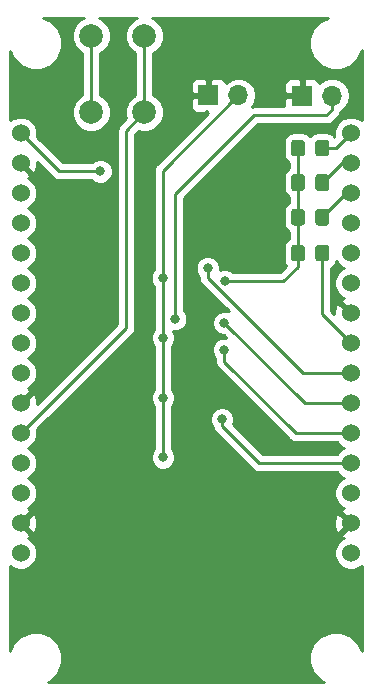
<source format=gbr>
G04 #@! TF.GenerationSoftware,KiCad,Pcbnew,(5.0.2)-1*
G04 #@! TF.CreationDate,2019-06-21T14:02:06+05:30*
G04 #@! TF.ProjectId,CapacityOfBattery,43617061-6369-4747-994f-664261747465,rev?*
G04 #@! TF.SameCoordinates,Original*
G04 #@! TF.FileFunction,Copper,L2,Bot*
G04 #@! TF.FilePolarity,Positive*
%FSLAX46Y46*%
G04 Gerber Fmt 4.6, Leading zero omitted, Abs format (unit mm)*
G04 Created by KiCad (PCBNEW (5.0.2)-1) date 06/21/19 14:02:06*
%MOMM*%
%LPD*%
G01*
G04 APERTURE LIST*
G04 #@! TA.AperFunction,ComponentPad*
%ADD10C,1.524000*%
G04 #@! TD*
G04 #@! TA.AperFunction,ComponentPad*
%ADD11C,2.000000*%
G04 #@! TD*
G04 #@! TA.AperFunction,Conductor*
%ADD12C,0.100000*%
G04 #@! TD*
G04 #@! TA.AperFunction,SMDPad,CuDef*
%ADD13C,1.150000*%
G04 #@! TD*
G04 #@! TA.AperFunction,ComponentPad*
%ADD14O,1.700000X1.700000*%
G04 #@! TD*
G04 #@! TA.AperFunction,ComponentPad*
%ADD15R,1.700000X1.700000*%
G04 #@! TD*
G04 #@! TA.AperFunction,ViaPad*
%ADD16C,0.800000*%
G04 #@! TD*
G04 #@! TA.AperFunction,Conductor*
%ADD17C,0.250000*%
G04 #@! TD*
G04 #@! TA.AperFunction,Conductor*
%ADD18C,0.254000*%
G04 #@! TD*
G04 APERTURE END LIST*
D10*
G04 #@! TO.P,,30*
G04 #@! TO.N,/LED1*
X42810000Y-22860000D03*
G04 #@! TO.P,,29*
G04 #@! TO.N,/LED2*
X42810000Y-25400000D03*
G04 #@! TO.P,,28*
G04 #@! TO.N,/LED3*
X42810000Y-27940000D03*
G04 #@! TO.P,,27*
G04 #@! TO.N,Net-(U1-Pad27)*
X42810000Y-30480000D03*
G04 #@! TO.P,,26*
G04 #@! TO.N,Net-(U1-Pad26)*
X42810000Y-33020000D03*
G04 #@! TO.P,,25*
G04 #@! TO.N,/Vcc*
X42810000Y-35560000D03*
G04 #@! TO.P,,24*
G04 #@! TO.N,GND*
X42810000Y-38100000D03*
G04 #@! TO.P,,23*
G04 #@! TO.N,/LED4*
X42810000Y-40640000D03*
G04 #@! TO.P,,22*
G04 #@! TO.N,/En_VD*
X42810000Y-43180000D03*
G04 #@! TO.P,,21*
G04 #@! TO.N,/Ctrl4*
X42810000Y-45720000D03*
G04 #@! TO.P,,20*
G04 #@! TO.N,/Ctrl3*
X42810000Y-48260000D03*
G04 #@! TO.P,,19*
G04 #@! TO.N,/Ctrl2*
X42810000Y-50800000D03*
G04 #@! TO.P,,18*
G04 #@! TO.N,/Ctrl1*
X42810000Y-53340000D03*
G04 #@! TO.P,,17*
G04 #@! TO.N,GND*
X42810000Y-55880000D03*
G04 #@! TO.P,,16*
G04 #@! TO.N,/Vcc*
X42810000Y-58420000D03*
G04 #@! TO.P,,15*
G04 #@! TO.N,Net-(U1-Pad15)*
X14870000Y-58420000D03*
G04 #@! TO.P,,14*
G04 #@! TO.N,GND*
X14870000Y-55880000D03*
G04 #@! TO.P,,13*
G04 #@! TO.N,Net-(U1-Pad13)*
X14870000Y-53340000D03*
G04 #@! TO.P,,12*
G04 #@! TO.N,Net-(U1-Pad12)*
X14870000Y-50800000D03*
G04 #@! TO.P,,11*
G04 #@! TO.N,/Vcc*
X14870000Y-48260000D03*
G04 #@! TO.P,,10*
G04 #@! TO.N,GND*
X14870000Y-45720000D03*
G04 #@! TO.P,,9*
G04 #@! TO.N,Net-(U1-Pad9)*
X14870000Y-43180000D03*
G04 #@! TO.P,,8*
G04 #@! TO.N,Net-(U1-Pad8)*
X14870000Y-40640000D03*
G04 #@! TO.P,,7*
G04 #@! TO.N,Net-(U1-Pad7)*
X14870000Y-38100000D03*
G04 #@! TO.P,,6*
G04 #@! TO.N,Net-(U1-Pad6)*
X14870000Y-35560000D03*
G04 #@! TO.P,,5*
G04 #@! TO.N,Net-(U1-Pad5)*
X14870000Y-33020000D03*
G04 #@! TO.P,,4*
G04 #@! TO.N,/SW*
X14870000Y-30480000D03*
G04 #@! TO.P,,3*
G04 #@! TO.N,Net-(U1-Pad3)*
X14870000Y-27940000D03*
G04 #@! TO.P,,2*
G04 #@! TO.N,GND*
X14870000Y-25400000D03*
G04 #@! TO.P,,1*
G04 #@! TO.N,/Vin*
X14870000Y-22860000D03*
G04 #@! TD*
D11*
G04 #@! TO.P,SW1,2*
G04 #@! TO.N,/SW*
X20840000Y-21100000D03*
G04 #@! TO.P,SW1,1*
G04 #@! TO.N,/Vcc*
X25340000Y-21100000D03*
G04 #@! TO.P,SW1,2*
G04 #@! TO.N,/SW*
X20840000Y-14600000D03*
G04 #@! TO.P,SW1,1*
G04 #@! TO.N,/Vcc*
X25340000Y-14600000D03*
G04 #@! TD*
D12*
G04 #@! TO.N,/LED2*
G04 #@! TO.C,D2*
G36*
X40734505Y-26352204D02*
X40758773Y-26355804D01*
X40782572Y-26361765D01*
X40805671Y-26370030D01*
X40827850Y-26380520D01*
X40848893Y-26393132D01*
X40868599Y-26407747D01*
X40886777Y-26424223D01*
X40903253Y-26442401D01*
X40917868Y-26462107D01*
X40930480Y-26483150D01*
X40940970Y-26505329D01*
X40949235Y-26528428D01*
X40955196Y-26552227D01*
X40958796Y-26576495D01*
X40960000Y-26600999D01*
X40960000Y-27501001D01*
X40958796Y-27525505D01*
X40955196Y-27549773D01*
X40949235Y-27573572D01*
X40940970Y-27596671D01*
X40930480Y-27618850D01*
X40917868Y-27639893D01*
X40903253Y-27659599D01*
X40886777Y-27677777D01*
X40868599Y-27694253D01*
X40848893Y-27708868D01*
X40827850Y-27721480D01*
X40805671Y-27731970D01*
X40782572Y-27740235D01*
X40758773Y-27746196D01*
X40734505Y-27749796D01*
X40710001Y-27751000D01*
X40059999Y-27751000D01*
X40035495Y-27749796D01*
X40011227Y-27746196D01*
X39987428Y-27740235D01*
X39964329Y-27731970D01*
X39942150Y-27721480D01*
X39921107Y-27708868D01*
X39901401Y-27694253D01*
X39883223Y-27677777D01*
X39866747Y-27659599D01*
X39852132Y-27639893D01*
X39839520Y-27618850D01*
X39829030Y-27596671D01*
X39820765Y-27573572D01*
X39814804Y-27549773D01*
X39811204Y-27525505D01*
X39810000Y-27501001D01*
X39810000Y-26600999D01*
X39811204Y-26576495D01*
X39814804Y-26552227D01*
X39820765Y-26528428D01*
X39829030Y-26505329D01*
X39839520Y-26483150D01*
X39852132Y-26462107D01*
X39866747Y-26442401D01*
X39883223Y-26424223D01*
X39901401Y-26407747D01*
X39921107Y-26393132D01*
X39942150Y-26380520D01*
X39964329Y-26370030D01*
X39987428Y-26361765D01*
X40011227Y-26355804D01*
X40035495Y-26352204D01*
X40059999Y-26351000D01*
X40710001Y-26351000D01*
X40734505Y-26352204D01*
X40734505Y-26352204D01*
G37*
D13*
G04 #@! TD*
G04 #@! TO.P,D2,1*
G04 #@! TO.N,/LED2*
X40385000Y-27051000D03*
D12*
G04 #@! TO.N,Net-(D1-Pad2)*
G04 #@! TO.C,D2*
G36*
X38684505Y-26352204D02*
X38708773Y-26355804D01*
X38732572Y-26361765D01*
X38755671Y-26370030D01*
X38777850Y-26380520D01*
X38798893Y-26393132D01*
X38818599Y-26407747D01*
X38836777Y-26424223D01*
X38853253Y-26442401D01*
X38867868Y-26462107D01*
X38880480Y-26483150D01*
X38890970Y-26505329D01*
X38899235Y-26528428D01*
X38905196Y-26552227D01*
X38908796Y-26576495D01*
X38910000Y-26600999D01*
X38910000Y-27501001D01*
X38908796Y-27525505D01*
X38905196Y-27549773D01*
X38899235Y-27573572D01*
X38890970Y-27596671D01*
X38880480Y-27618850D01*
X38867868Y-27639893D01*
X38853253Y-27659599D01*
X38836777Y-27677777D01*
X38818599Y-27694253D01*
X38798893Y-27708868D01*
X38777850Y-27721480D01*
X38755671Y-27731970D01*
X38732572Y-27740235D01*
X38708773Y-27746196D01*
X38684505Y-27749796D01*
X38660001Y-27751000D01*
X38009999Y-27751000D01*
X37985495Y-27749796D01*
X37961227Y-27746196D01*
X37937428Y-27740235D01*
X37914329Y-27731970D01*
X37892150Y-27721480D01*
X37871107Y-27708868D01*
X37851401Y-27694253D01*
X37833223Y-27677777D01*
X37816747Y-27659599D01*
X37802132Y-27639893D01*
X37789520Y-27618850D01*
X37779030Y-27596671D01*
X37770765Y-27573572D01*
X37764804Y-27549773D01*
X37761204Y-27525505D01*
X37760000Y-27501001D01*
X37760000Y-26600999D01*
X37761204Y-26576495D01*
X37764804Y-26552227D01*
X37770765Y-26528428D01*
X37779030Y-26505329D01*
X37789520Y-26483150D01*
X37802132Y-26462107D01*
X37816747Y-26442401D01*
X37833223Y-26424223D01*
X37851401Y-26407747D01*
X37871107Y-26393132D01*
X37892150Y-26380520D01*
X37914329Y-26370030D01*
X37937428Y-26361765D01*
X37961227Y-26355804D01*
X37985495Y-26352204D01*
X38009999Y-26351000D01*
X38660001Y-26351000D01*
X38684505Y-26352204D01*
X38684505Y-26352204D01*
G37*
D13*
G04 #@! TD*
G04 #@! TO.P,D2,2*
G04 #@! TO.N,Net-(D1-Pad2)*
X38335000Y-27051000D03*
D12*
G04 #@! TO.N,Net-(D1-Pad2)*
G04 #@! TO.C,D3*
G36*
X38684505Y-29283204D02*
X38708773Y-29286804D01*
X38732572Y-29292765D01*
X38755671Y-29301030D01*
X38777850Y-29311520D01*
X38798893Y-29324132D01*
X38818599Y-29338747D01*
X38836777Y-29355223D01*
X38853253Y-29373401D01*
X38867868Y-29393107D01*
X38880480Y-29414150D01*
X38890970Y-29436329D01*
X38899235Y-29459428D01*
X38905196Y-29483227D01*
X38908796Y-29507495D01*
X38910000Y-29531999D01*
X38910000Y-30432001D01*
X38908796Y-30456505D01*
X38905196Y-30480773D01*
X38899235Y-30504572D01*
X38890970Y-30527671D01*
X38880480Y-30549850D01*
X38867868Y-30570893D01*
X38853253Y-30590599D01*
X38836777Y-30608777D01*
X38818599Y-30625253D01*
X38798893Y-30639868D01*
X38777850Y-30652480D01*
X38755671Y-30662970D01*
X38732572Y-30671235D01*
X38708773Y-30677196D01*
X38684505Y-30680796D01*
X38660001Y-30682000D01*
X38009999Y-30682000D01*
X37985495Y-30680796D01*
X37961227Y-30677196D01*
X37937428Y-30671235D01*
X37914329Y-30662970D01*
X37892150Y-30652480D01*
X37871107Y-30639868D01*
X37851401Y-30625253D01*
X37833223Y-30608777D01*
X37816747Y-30590599D01*
X37802132Y-30570893D01*
X37789520Y-30549850D01*
X37779030Y-30527671D01*
X37770765Y-30504572D01*
X37764804Y-30480773D01*
X37761204Y-30456505D01*
X37760000Y-30432001D01*
X37760000Y-29531999D01*
X37761204Y-29507495D01*
X37764804Y-29483227D01*
X37770765Y-29459428D01*
X37779030Y-29436329D01*
X37789520Y-29414150D01*
X37802132Y-29393107D01*
X37816747Y-29373401D01*
X37833223Y-29355223D01*
X37851401Y-29338747D01*
X37871107Y-29324132D01*
X37892150Y-29311520D01*
X37914329Y-29301030D01*
X37937428Y-29292765D01*
X37961227Y-29286804D01*
X37985495Y-29283204D01*
X38009999Y-29282000D01*
X38660001Y-29282000D01*
X38684505Y-29283204D01*
X38684505Y-29283204D01*
G37*
D13*
G04 #@! TD*
G04 #@! TO.P,D3,2*
G04 #@! TO.N,Net-(D1-Pad2)*
X38335000Y-29982000D03*
D12*
G04 #@! TO.N,/LED3*
G04 #@! TO.C,D3*
G36*
X40734505Y-29283204D02*
X40758773Y-29286804D01*
X40782572Y-29292765D01*
X40805671Y-29301030D01*
X40827850Y-29311520D01*
X40848893Y-29324132D01*
X40868599Y-29338747D01*
X40886777Y-29355223D01*
X40903253Y-29373401D01*
X40917868Y-29393107D01*
X40930480Y-29414150D01*
X40940970Y-29436329D01*
X40949235Y-29459428D01*
X40955196Y-29483227D01*
X40958796Y-29507495D01*
X40960000Y-29531999D01*
X40960000Y-30432001D01*
X40958796Y-30456505D01*
X40955196Y-30480773D01*
X40949235Y-30504572D01*
X40940970Y-30527671D01*
X40930480Y-30549850D01*
X40917868Y-30570893D01*
X40903253Y-30590599D01*
X40886777Y-30608777D01*
X40868599Y-30625253D01*
X40848893Y-30639868D01*
X40827850Y-30652480D01*
X40805671Y-30662970D01*
X40782572Y-30671235D01*
X40758773Y-30677196D01*
X40734505Y-30680796D01*
X40710001Y-30682000D01*
X40059999Y-30682000D01*
X40035495Y-30680796D01*
X40011227Y-30677196D01*
X39987428Y-30671235D01*
X39964329Y-30662970D01*
X39942150Y-30652480D01*
X39921107Y-30639868D01*
X39901401Y-30625253D01*
X39883223Y-30608777D01*
X39866747Y-30590599D01*
X39852132Y-30570893D01*
X39839520Y-30549850D01*
X39829030Y-30527671D01*
X39820765Y-30504572D01*
X39814804Y-30480773D01*
X39811204Y-30456505D01*
X39810000Y-30432001D01*
X39810000Y-29531999D01*
X39811204Y-29507495D01*
X39814804Y-29483227D01*
X39820765Y-29459428D01*
X39829030Y-29436329D01*
X39839520Y-29414150D01*
X39852132Y-29393107D01*
X39866747Y-29373401D01*
X39883223Y-29355223D01*
X39901401Y-29338747D01*
X39921107Y-29324132D01*
X39942150Y-29311520D01*
X39964329Y-29301030D01*
X39987428Y-29292765D01*
X40011227Y-29286804D01*
X40035495Y-29283204D01*
X40059999Y-29282000D01*
X40710001Y-29282000D01*
X40734505Y-29283204D01*
X40734505Y-29283204D01*
G37*
D13*
G04 #@! TD*
G04 #@! TO.P,D3,1*
G04 #@! TO.N,/LED3*
X40385000Y-29982000D03*
D12*
G04 #@! TO.N,/LED4*
G04 #@! TO.C,D4*
G36*
X40734505Y-32321204D02*
X40758773Y-32324804D01*
X40782572Y-32330765D01*
X40805671Y-32339030D01*
X40827850Y-32349520D01*
X40848893Y-32362132D01*
X40868599Y-32376747D01*
X40886777Y-32393223D01*
X40903253Y-32411401D01*
X40917868Y-32431107D01*
X40930480Y-32452150D01*
X40940970Y-32474329D01*
X40949235Y-32497428D01*
X40955196Y-32521227D01*
X40958796Y-32545495D01*
X40960000Y-32569999D01*
X40960000Y-33470001D01*
X40958796Y-33494505D01*
X40955196Y-33518773D01*
X40949235Y-33542572D01*
X40940970Y-33565671D01*
X40930480Y-33587850D01*
X40917868Y-33608893D01*
X40903253Y-33628599D01*
X40886777Y-33646777D01*
X40868599Y-33663253D01*
X40848893Y-33677868D01*
X40827850Y-33690480D01*
X40805671Y-33700970D01*
X40782572Y-33709235D01*
X40758773Y-33715196D01*
X40734505Y-33718796D01*
X40710001Y-33720000D01*
X40059999Y-33720000D01*
X40035495Y-33718796D01*
X40011227Y-33715196D01*
X39987428Y-33709235D01*
X39964329Y-33700970D01*
X39942150Y-33690480D01*
X39921107Y-33677868D01*
X39901401Y-33663253D01*
X39883223Y-33646777D01*
X39866747Y-33628599D01*
X39852132Y-33608893D01*
X39839520Y-33587850D01*
X39829030Y-33565671D01*
X39820765Y-33542572D01*
X39814804Y-33518773D01*
X39811204Y-33494505D01*
X39810000Y-33470001D01*
X39810000Y-32569999D01*
X39811204Y-32545495D01*
X39814804Y-32521227D01*
X39820765Y-32497428D01*
X39829030Y-32474329D01*
X39839520Y-32452150D01*
X39852132Y-32431107D01*
X39866747Y-32411401D01*
X39883223Y-32393223D01*
X39901401Y-32376747D01*
X39921107Y-32362132D01*
X39942150Y-32349520D01*
X39964329Y-32339030D01*
X39987428Y-32330765D01*
X40011227Y-32324804D01*
X40035495Y-32321204D01*
X40059999Y-32320000D01*
X40710001Y-32320000D01*
X40734505Y-32321204D01*
X40734505Y-32321204D01*
G37*
D13*
G04 #@! TD*
G04 #@! TO.P,D4,1*
G04 #@! TO.N,/LED4*
X40385000Y-33020000D03*
D12*
G04 #@! TO.N,Net-(D1-Pad2)*
G04 #@! TO.C,D4*
G36*
X38684505Y-32321204D02*
X38708773Y-32324804D01*
X38732572Y-32330765D01*
X38755671Y-32339030D01*
X38777850Y-32349520D01*
X38798893Y-32362132D01*
X38818599Y-32376747D01*
X38836777Y-32393223D01*
X38853253Y-32411401D01*
X38867868Y-32431107D01*
X38880480Y-32452150D01*
X38890970Y-32474329D01*
X38899235Y-32497428D01*
X38905196Y-32521227D01*
X38908796Y-32545495D01*
X38910000Y-32569999D01*
X38910000Y-33470001D01*
X38908796Y-33494505D01*
X38905196Y-33518773D01*
X38899235Y-33542572D01*
X38890970Y-33565671D01*
X38880480Y-33587850D01*
X38867868Y-33608893D01*
X38853253Y-33628599D01*
X38836777Y-33646777D01*
X38818599Y-33663253D01*
X38798893Y-33677868D01*
X38777850Y-33690480D01*
X38755671Y-33700970D01*
X38732572Y-33709235D01*
X38708773Y-33715196D01*
X38684505Y-33718796D01*
X38660001Y-33720000D01*
X38009999Y-33720000D01*
X37985495Y-33718796D01*
X37961227Y-33715196D01*
X37937428Y-33709235D01*
X37914329Y-33700970D01*
X37892150Y-33690480D01*
X37871107Y-33677868D01*
X37851401Y-33663253D01*
X37833223Y-33646777D01*
X37816747Y-33628599D01*
X37802132Y-33608893D01*
X37789520Y-33587850D01*
X37779030Y-33565671D01*
X37770765Y-33542572D01*
X37764804Y-33518773D01*
X37761204Y-33494505D01*
X37760000Y-33470001D01*
X37760000Y-32569999D01*
X37761204Y-32545495D01*
X37764804Y-32521227D01*
X37770765Y-32497428D01*
X37779030Y-32474329D01*
X37789520Y-32452150D01*
X37802132Y-32431107D01*
X37816747Y-32411401D01*
X37833223Y-32393223D01*
X37851401Y-32376747D01*
X37871107Y-32362132D01*
X37892150Y-32349520D01*
X37914329Y-32339030D01*
X37937428Y-32330765D01*
X37961227Y-32324804D01*
X37985495Y-32321204D01*
X38009999Y-32320000D01*
X38660001Y-32320000D01*
X38684505Y-32321204D01*
X38684505Y-32321204D01*
G37*
D13*
G04 #@! TD*
G04 #@! TO.P,D4,2*
G04 #@! TO.N,Net-(D1-Pad2)*
X38335000Y-33020000D03*
D12*
G04 #@! TO.N,/LED1*
G04 #@! TO.C,D1*
G36*
X40734505Y-23431204D02*
X40758773Y-23434804D01*
X40782572Y-23440765D01*
X40805671Y-23449030D01*
X40827850Y-23459520D01*
X40848893Y-23472132D01*
X40868599Y-23486747D01*
X40886777Y-23503223D01*
X40903253Y-23521401D01*
X40917868Y-23541107D01*
X40930480Y-23562150D01*
X40940970Y-23584329D01*
X40949235Y-23607428D01*
X40955196Y-23631227D01*
X40958796Y-23655495D01*
X40960000Y-23679999D01*
X40960000Y-24580001D01*
X40958796Y-24604505D01*
X40955196Y-24628773D01*
X40949235Y-24652572D01*
X40940970Y-24675671D01*
X40930480Y-24697850D01*
X40917868Y-24718893D01*
X40903253Y-24738599D01*
X40886777Y-24756777D01*
X40868599Y-24773253D01*
X40848893Y-24787868D01*
X40827850Y-24800480D01*
X40805671Y-24810970D01*
X40782572Y-24819235D01*
X40758773Y-24825196D01*
X40734505Y-24828796D01*
X40710001Y-24830000D01*
X40059999Y-24830000D01*
X40035495Y-24828796D01*
X40011227Y-24825196D01*
X39987428Y-24819235D01*
X39964329Y-24810970D01*
X39942150Y-24800480D01*
X39921107Y-24787868D01*
X39901401Y-24773253D01*
X39883223Y-24756777D01*
X39866747Y-24738599D01*
X39852132Y-24718893D01*
X39839520Y-24697850D01*
X39829030Y-24675671D01*
X39820765Y-24652572D01*
X39814804Y-24628773D01*
X39811204Y-24604505D01*
X39810000Y-24580001D01*
X39810000Y-23679999D01*
X39811204Y-23655495D01*
X39814804Y-23631227D01*
X39820765Y-23607428D01*
X39829030Y-23584329D01*
X39839520Y-23562150D01*
X39852132Y-23541107D01*
X39866747Y-23521401D01*
X39883223Y-23503223D01*
X39901401Y-23486747D01*
X39921107Y-23472132D01*
X39942150Y-23459520D01*
X39964329Y-23449030D01*
X39987428Y-23440765D01*
X40011227Y-23434804D01*
X40035495Y-23431204D01*
X40059999Y-23430000D01*
X40710001Y-23430000D01*
X40734505Y-23431204D01*
X40734505Y-23431204D01*
G37*
D13*
G04 #@! TD*
G04 #@! TO.P,D1,1*
G04 #@! TO.N,/LED1*
X40385000Y-24130000D03*
D12*
G04 #@! TO.N,Net-(D1-Pad2)*
G04 #@! TO.C,D1*
G36*
X38684505Y-23431204D02*
X38708773Y-23434804D01*
X38732572Y-23440765D01*
X38755671Y-23449030D01*
X38777850Y-23459520D01*
X38798893Y-23472132D01*
X38818599Y-23486747D01*
X38836777Y-23503223D01*
X38853253Y-23521401D01*
X38867868Y-23541107D01*
X38880480Y-23562150D01*
X38890970Y-23584329D01*
X38899235Y-23607428D01*
X38905196Y-23631227D01*
X38908796Y-23655495D01*
X38910000Y-23679999D01*
X38910000Y-24580001D01*
X38908796Y-24604505D01*
X38905196Y-24628773D01*
X38899235Y-24652572D01*
X38890970Y-24675671D01*
X38880480Y-24697850D01*
X38867868Y-24718893D01*
X38853253Y-24738599D01*
X38836777Y-24756777D01*
X38818599Y-24773253D01*
X38798893Y-24787868D01*
X38777850Y-24800480D01*
X38755671Y-24810970D01*
X38732572Y-24819235D01*
X38708773Y-24825196D01*
X38684505Y-24828796D01*
X38660001Y-24830000D01*
X38009999Y-24830000D01*
X37985495Y-24828796D01*
X37961227Y-24825196D01*
X37937428Y-24819235D01*
X37914329Y-24810970D01*
X37892150Y-24800480D01*
X37871107Y-24787868D01*
X37851401Y-24773253D01*
X37833223Y-24756777D01*
X37816747Y-24738599D01*
X37802132Y-24718893D01*
X37789520Y-24697850D01*
X37779030Y-24675671D01*
X37770765Y-24652572D01*
X37764804Y-24628773D01*
X37761204Y-24604505D01*
X37760000Y-24580001D01*
X37760000Y-23679999D01*
X37761204Y-23655495D01*
X37764804Y-23631227D01*
X37770765Y-23607428D01*
X37779030Y-23584329D01*
X37789520Y-23562150D01*
X37802132Y-23541107D01*
X37816747Y-23521401D01*
X37833223Y-23503223D01*
X37851401Y-23486747D01*
X37871107Y-23472132D01*
X37892150Y-23459520D01*
X37914329Y-23449030D01*
X37937428Y-23440765D01*
X37961227Y-23434804D01*
X37985495Y-23431204D01*
X38009999Y-23430000D01*
X38660001Y-23430000D01*
X38684505Y-23431204D01*
X38684505Y-23431204D01*
G37*
D13*
G04 #@! TD*
G04 #@! TO.P,D1,2*
G04 #@! TO.N,Net-(D1-Pad2)*
X38335000Y-24130000D03*
D14*
G04 #@! TO.P,J2,2*
G04 #@! TO.N,/dut*
X41220000Y-19680000D03*
D15*
G04 #@! TO.P,J2,1*
G04 #@! TO.N,GND*
X38680000Y-19680000D03*
G04 #@! TD*
G04 #@! TO.P,J1,1*
G04 #@! TO.N,GND*
X30750000Y-19650000D03*
D14*
G04 #@! TO.P,J1,2*
G04 #@! TO.N,/Vbat*
X33290000Y-19650000D03*
G04 #@! TD*
D16*
G04 #@! TO.N,/Ctrl2*
X31900000Y-47090000D03*
G04 #@! TO.N,/Ctrl3*
X32100000Y-41200000D03*
G04 #@! TO.N,/Ctrl4*
X32100000Y-38930000D03*
G04 #@! TO.N,/Vbat*
X26900000Y-40170000D03*
X26900000Y-45270000D03*
X26900000Y-50310000D03*
X26890000Y-35120000D03*
G04 #@! TO.N,/Vin*
X21600000Y-26100000D03*
G04 #@! TO.N,Net-(D1-Pad2)*
X32130000Y-35410000D03*
G04 #@! TO.N,/En_VD*
X30700000Y-34300000D03*
G04 #@! TO.N,/dut*
X27940000Y-38590000D03*
G04 #@! TD*
D17*
G04 #@! TO.N,/Ctrl2*
X41732370Y-50800000D02*
X42810000Y-50800000D01*
X35044315Y-50800000D02*
X41732370Y-50800000D01*
X31900000Y-47655685D02*
X35044315Y-50800000D01*
X31900000Y-47090000D02*
X31900000Y-47655685D01*
G04 #@! TO.N,/Ctrl3*
X41732370Y-48260000D02*
X42810000Y-48260000D01*
X38154315Y-48260000D02*
X41732370Y-48260000D01*
X32100000Y-42205685D02*
X38154315Y-48260000D01*
X32100000Y-41200000D02*
X32100000Y-42205685D01*
G04 #@! TO.N,/Ctrl4*
X38890000Y-45720000D02*
X42810000Y-45720000D01*
X32100000Y-38930000D02*
X38890000Y-45720000D01*
G04 #@! TO.N,/Vcc*
X25340000Y-14600000D02*
X25340000Y-21100000D01*
X14870000Y-48260000D02*
X23790000Y-39340000D01*
X23790000Y-22650000D02*
X25340000Y-21100000D01*
X23790000Y-39340000D02*
X23790000Y-22650000D01*
G04 #@! TO.N,/Vbat*
X26890000Y-40160000D02*
X26900000Y-40170000D01*
X26890000Y-35120000D02*
X26890000Y-40160000D01*
X26900000Y-40735685D02*
X26900000Y-45270000D01*
X26900000Y-40170000D02*
X26900000Y-40735685D01*
X26900000Y-45835685D02*
X26900000Y-50310000D01*
X26900000Y-45270000D02*
X26900000Y-45835685D01*
X26890000Y-26050000D02*
X33290000Y-19650000D01*
X26890000Y-35120000D02*
X26890000Y-26050000D01*
G04 #@! TO.N,/Vin*
X18110000Y-26100000D02*
X14870000Y-22860000D01*
X21600000Y-26100000D02*
X18110000Y-26100000D01*
G04 #@! TO.N,Net-(D1-Pad2)*
X38335000Y-30510000D02*
X38335000Y-29710000D01*
X32130000Y-35410000D02*
X33435000Y-35410000D01*
X38335000Y-33020000D02*
X38335000Y-34182000D01*
X37107000Y-35410000D02*
X33435000Y-35410000D01*
X38335000Y-34182000D02*
X37107000Y-35410000D01*
X38335000Y-33020000D02*
X38335000Y-29982000D01*
X38335000Y-29182000D02*
X38335000Y-27051000D01*
X38335000Y-29982000D02*
X38335000Y-29182000D01*
X38335000Y-27051000D02*
X38335000Y-24130000D01*
G04 #@! TO.N,/SW*
X20840000Y-14600000D02*
X20840000Y-21100000D01*
G04 #@! TO.N,/En_VD*
X41732370Y-43180000D02*
X42810000Y-43180000D01*
X38752998Y-43180000D02*
X41732370Y-43180000D01*
X30700000Y-35127002D02*
X38752998Y-43180000D01*
X30700000Y-34300000D02*
X30700000Y-35127002D01*
G04 #@! TO.N,/LED2*
X42036000Y-25400000D02*
X42810000Y-25400000D01*
X40385000Y-27051000D02*
X42036000Y-25400000D01*
G04 #@! TO.N,/LED1*
X41540000Y-24130000D02*
X42810000Y-22860000D01*
X40385000Y-24130000D02*
X41540000Y-24130000D01*
G04 #@! TO.N,/LED3*
X42800000Y-27950000D02*
X42810000Y-27940000D01*
X42427000Y-27940000D02*
X42810000Y-27940000D01*
X40385000Y-29982000D02*
X42427000Y-27940000D01*
G04 #@! TO.N,/LED4*
X42810000Y-40640000D02*
X40385000Y-38215000D01*
X40385000Y-33020000D02*
X40385000Y-38215000D01*
G04 #@! TO.N,/dut*
X27940000Y-28044998D02*
X27940000Y-38590000D01*
X34624998Y-21360000D02*
X27940000Y-28044998D01*
X40742081Y-21360000D02*
X34624998Y-21360000D01*
X41220000Y-20882081D02*
X40742081Y-21360000D01*
X41220000Y-19680000D02*
X41220000Y-20882081D01*
G04 #@! TD*
D18*
G04 #@! TO.N,GND*
G36*
X40273974Y-13345259D02*
X39645259Y-13973974D01*
X39305000Y-14795431D01*
X39305000Y-15684569D01*
X39645259Y-16506026D01*
X40273974Y-17134741D01*
X41095431Y-17475000D01*
X41984569Y-17475000D01*
X42806026Y-17134741D01*
X43434741Y-16506026D01*
X43715000Y-15829422D01*
X43715000Y-21789343D01*
X43601337Y-21675680D01*
X43087881Y-21463000D01*
X42532119Y-21463000D01*
X42018663Y-21675680D01*
X41625680Y-22068663D01*
X41413000Y-22582119D01*
X41413000Y-23137881D01*
X41423812Y-23163984D01*
X41344586Y-23045414D01*
X41053436Y-22850873D01*
X40710001Y-22782560D01*
X40059999Y-22782560D01*
X39716564Y-22850873D01*
X39425414Y-23045414D01*
X39360000Y-23143313D01*
X39294586Y-23045414D01*
X39003436Y-22850873D01*
X38660001Y-22782560D01*
X38009999Y-22782560D01*
X37666564Y-22850873D01*
X37375414Y-23045414D01*
X37180873Y-23336564D01*
X37112560Y-23679999D01*
X37112560Y-24580001D01*
X37180873Y-24923436D01*
X37375414Y-25214586D01*
X37575001Y-25347946D01*
X37575000Y-25833054D01*
X37375414Y-25966414D01*
X37180873Y-26257564D01*
X37112560Y-26600999D01*
X37112560Y-27501001D01*
X37180873Y-27844436D01*
X37375414Y-28135586D01*
X37575000Y-28268946D01*
X37575000Y-28764054D01*
X37375414Y-28897414D01*
X37180873Y-29188564D01*
X37112560Y-29531999D01*
X37112560Y-30432001D01*
X37180873Y-30775436D01*
X37375414Y-31066586D01*
X37575001Y-31199946D01*
X37575000Y-31802054D01*
X37375414Y-31935414D01*
X37180873Y-32226564D01*
X37112560Y-32569999D01*
X37112560Y-33470001D01*
X37180873Y-33813436D01*
X37360273Y-34081926D01*
X36792199Y-34650000D01*
X32833711Y-34650000D01*
X32716280Y-34532569D01*
X32335874Y-34375000D01*
X31924126Y-34375000D01*
X31735000Y-34453338D01*
X31735000Y-34094126D01*
X31577431Y-33713720D01*
X31286280Y-33422569D01*
X30905874Y-33265000D01*
X30494126Y-33265000D01*
X30113720Y-33422569D01*
X29822569Y-33713720D01*
X29665000Y-34094126D01*
X29665000Y-34505874D01*
X29822569Y-34886280D01*
X29940000Y-35003711D01*
X29940000Y-35052155D01*
X29925112Y-35127002D01*
X29940000Y-35201849D01*
X29940000Y-35201854D01*
X29984097Y-35423539D01*
X30152072Y-35674931D01*
X30215528Y-35717331D01*
X32454943Y-37956746D01*
X32305874Y-37895000D01*
X31894126Y-37895000D01*
X31513720Y-38052569D01*
X31222569Y-38343720D01*
X31065000Y-38724126D01*
X31065000Y-39135874D01*
X31222569Y-39516280D01*
X31513720Y-39807431D01*
X31894126Y-39965000D01*
X32060199Y-39965000D01*
X32260199Y-40165000D01*
X31894126Y-40165000D01*
X31513720Y-40322569D01*
X31222569Y-40613720D01*
X31065000Y-40994126D01*
X31065000Y-41405874D01*
X31222569Y-41786280D01*
X31340001Y-41903712D01*
X31340001Y-42130834D01*
X31325112Y-42205685D01*
X31340001Y-42280537D01*
X31384097Y-42502222D01*
X31552072Y-42753614D01*
X31615528Y-42796014D01*
X37563988Y-48744476D01*
X37606386Y-48807929D01*
X37669839Y-48850327D01*
X37669841Y-48850329D01*
X37795217Y-48934102D01*
X37857778Y-48975904D01*
X38079463Y-49020000D01*
X38079467Y-49020000D01*
X38154314Y-49034888D01*
X38229161Y-49020000D01*
X41612700Y-49020000D01*
X41625680Y-49051337D01*
X42018663Y-49444320D01*
X42225513Y-49530000D01*
X42018663Y-49615680D01*
X41625680Y-50008663D01*
X41612700Y-50040000D01*
X35359117Y-50040000D01*
X32841271Y-47522155D01*
X32935000Y-47295874D01*
X32935000Y-46884126D01*
X32777431Y-46503720D01*
X32486280Y-46212569D01*
X32105874Y-46055000D01*
X31694126Y-46055000D01*
X31313720Y-46212569D01*
X31022569Y-46503720D01*
X30865000Y-46884126D01*
X30865000Y-47295874D01*
X31022569Y-47676280D01*
X31155686Y-47809397D01*
X31184096Y-47952222D01*
X31352072Y-48203614D01*
X31415528Y-48246014D01*
X34453986Y-51284473D01*
X34496386Y-51347929D01*
X34747778Y-51515904D01*
X34969463Y-51560000D01*
X34969468Y-51560000D01*
X35044315Y-51574888D01*
X35119162Y-51560000D01*
X41612700Y-51560000D01*
X41625680Y-51591337D01*
X42018663Y-51984320D01*
X42225513Y-52070000D01*
X42018663Y-52155680D01*
X41625680Y-52548663D01*
X41413000Y-53062119D01*
X41413000Y-53617881D01*
X41625680Y-54131337D01*
X42018663Y-54524320D01*
X42209647Y-54603428D01*
X42078857Y-54657603D01*
X42009392Y-54899787D01*
X42810000Y-55700395D01*
X42824143Y-55686253D01*
X43003748Y-55865858D01*
X42989605Y-55880000D01*
X43003748Y-55894143D01*
X42824143Y-56073748D01*
X42810000Y-56059605D01*
X42009392Y-56860213D01*
X42078857Y-57102397D01*
X42219393Y-57152535D01*
X42018663Y-57235680D01*
X41625680Y-57628663D01*
X41413000Y-58142119D01*
X41413000Y-58697881D01*
X41625680Y-59211337D01*
X42018663Y-59604320D01*
X42532119Y-59817000D01*
X43087881Y-59817000D01*
X43601337Y-59604320D01*
X43715001Y-59490656D01*
X43715001Y-66720581D01*
X43434741Y-66043974D01*
X42806026Y-65415259D01*
X41984569Y-65075000D01*
X41095431Y-65075000D01*
X40273974Y-65415259D01*
X39645259Y-66043974D01*
X39305000Y-66865431D01*
X39305000Y-67754569D01*
X39645259Y-68576026D01*
X40273974Y-69204741D01*
X40540162Y-69315000D01*
X17139838Y-69315000D01*
X17406026Y-69204741D01*
X18034741Y-68576026D01*
X18375000Y-67754569D01*
X18375000Y-66865431D01*
X18034741Y-66043974D01*
X17406026Y-65415259D01*
X16584569Y-65075000D01*
X15695431Y-65075000D01*
X14873974Y-65415259D01*
X14245259Y-66043974D01*
X13985000Y-66672294D01*
X13985000Y-59510657D01*
X14078663Y-59604320D01*
X14592119Y-59817000D01*
X15147881Y-59817000D01*
X15661337Y-59604320D01*
X16054320Y-59211337D01*
X16267000Y-58697881D01*
X16267000Y-58142119D01*
X16054320Y-57628663D01*
X15661337Y-57235680D01*
X15470353Y-57156572D01*
X15601143Y-57102397D01*
X15670608Y-56860213D01*
X14870000Y-56059605D01*
X14855858Y-56073748D01*
X14676253Y-55894143D01*
X14690395Y-55880000D01*
X15049605Y-55880000D01*
X15850213Y-56680608D01*
X16092397Y-56611143D01*
X16279144Y-56087698D01*
X16258353Y-55672302D01*
X41400856Y-55672302D01*
X41428638Y-56227368D01*
X41587603Y-56611143D01*
X41829787Y-56680608D01*
X42630395Y-55880000D01*
X41829787Y-55079392D01*
X41587603Y-55148857D01*
X41400856Y-55672302D01*
X16258353Y-55672302D01*
X16251362Y-55532632D01*
X16092397Y-55148857D01*
X15850213Y-55079392D01*
X15049605Y-55880000D01*
X14690395Y-55880000D01*
X14676253Y-55865858D01*
X14855858Y-55686253D01*
X14870000Y-55700395D01*
X15670608Y-54899787D01*
X15601143Y-54657603D01*
X15460607Y-54607465D01*
X15661337Y-54524320D01*
X16054320Y-54131337D01*
X16267000Y-53617881D01*
X16267000Y-53062119D01*
X16054320Y-52548663D01*
X15661337Y-52155680D01*
X15454487Y-52070000D01*
X15661337Y-51984320D01*
X16054320Y-51591337D01*
X16267000Y-51077881D01*
X16267000Y-50522119D01*
X16054320Y-50008663D01*
X15661337Y-49615680D01*
X15454487Y-49530000D01*
X15661337Y-49444320D01*
X16054320Y-49051337D01*
X16267000Y-48537881D01*
X16267000Y-47982119D01*
X16254020Y-47950781D01*
X24274473Y-39930329D01*
X24337929Y-39887929D01*
X24505904Y-39636537D01*
X24550000Y-39414852D01*
X24550000Y-39414847D01*
X24564888Y-39340000D01*
X24550000Y-39265153D01*
X24550000Y-34914126D01*
X25855000Y-34914126D01*
X25855000Y-35325874D01*
X26012569Y-35706280D01*
X26130000Y-35823711D01*
X26130001Y-39476288D01*
X26022569Y-39583720D01*
X25865000Y-39964126D01*
X25865000Y-40375874D01*
X26022569Y-40756280D01*
X26140000Y-40873711D01*
X26140001Y-44566288D01*
X26022569Y-44683720D01*
X25865000Y-45064126D01*
X25865000Y-45475874D01*
X26022569Y-45856280D01*
X26140000Y-45973711D01*
X26140001Y-49606288D01*
X26022569Y-49723720D01*
X25865000Y-50104126D01*
X25865000Y-50515874D01*
X26022569Y-50896280D01*
X26313720Y-51187431D01*
X26694126Y-51345000D01*
X27105874Y-51345000D01*
X27486280Y-51187431D01*
X27777431Y-50896280D01*
X27935000Y-50515874D01*
X27935000Y-50104126D01*
X27777431Y-49723720D01*
X27660000Y-49606289D01*
X27660000Y-45973711D01*
X27777431Y-45856280D01*
X27935000Y-45475874D01*
X27935000Y-45064126D01*
X27777431Y-44683720D01*
X27660000Y-44566289D01*
X27660000Y-40873711D01*
X27777431Y-40756280D01*
X27935000Y-40375874D01*
X27935000Y-39964126D01*
X27794530Y-39625000D01*
X28145874Y-39625000D01*
X28526280Y-39467431D01*
X28817431Y-39176280D01*
X28975000Y-38795874D01*
X28975000Y-38384126D01*
X28817431Y-38003720D01*
X28700000Y-37886289D01*
X28700000Y-28359799D01*
X34939800Y-22120000D01*
X40667234Y-22120000D01*
X40742081Y-22134888D01*
X40816928Y-22120000D01*
X40816933Y-22120000D01*
X41038618Y-22075904D01*
X41290010Y-21907929D01*
X41332412Y-21844470D01*
X41704470Y-21472412D01*
X41767929Y-21430010D01*
X41935904Y-21178618D01*
X41979714Y-20958369D01*
X42290625Y-20750625D01*
X42618839Y-20259418D01*
X42734092Y-19680000D01*
X42618839Y-19100582D01*
X42290625Y-18609375D01*
X41799418Y-18281161D01*
X41366256Y-18195000D01*
X41073744Y-18195000D01*
X40640582Y-18281161D01*
X40149375Y-18609375D01*
X40134904Y-18631033D01*
X40068327Y-18470302D01*
X39889699Y-18291673D01*
X39656310Y-18195000D01*
X38965750Y-18195000D01*
X38807000Y-18353750D01*
X38807000Y-19553000D01*
X38827000Y-19553000D01*
X38827000Y-19807000D01*
X38807000Y-19807000D01*
X38807000Y-19827000D01*
X38553000Y-19827000D01*
X38553000Y-19807000D01*
X37353750Y-19807000D01*
X37195000Y-19965750D01*
X37195000Y-20600000D01*
X34699846Y-20600000D01*
X34624998Y-20585112D01*
X34550150Y-20600000D01*
X34550146Y-20600000D01*
X34424528Y-20624987D01*
X34688839Y-20229418D01*
X34804092Y-19650000D01*
X34688839Y-19070582D01*
X34443691Y-18703691D01*
X37195000Y-18703691D01*
X37195000Y-19394250D01*
X37353750Y-19553000D01*
X38553000Y-19553000D01*
X38553000Y-18353750D01*
X38394250Y-18195000D01*
X37703690Y-18195000D01*
X37470301Y-18291673D01*
X37291673Y-18470302D01*
X37195000Y-18703691D01*
X34443691Y-18703691D01*
X34360625Y-18579375D01*
X33869418Y-18251161D01*
X33436256Y-18165000D01*
X33143744Y-18165000D01*
X32710582Y-18251161D01*
X32219375Y-18579375D01*
X32204904Y-18601033D01*
X32138327Y-18440302D01*
X31959699Y-18261673D01*
X31726310Y-18165000D01*
X31035750Y-18165000D01*
X30877000Y-18323750D01*
X30877000Y-19523000D01*
X30897000Y-19523000D01*
X30897000Y-19777000D01*
X30877000Y-19777000D01*
X30877000Y-19797000D01*
X30623000Y-19797000D01*
X30623000Y-19777000D01*
X29423750Y-19777000D01*
X29265000Y-19935750D01*
X29265000Y-20626309D01*
X29361673Y-20859698D01*
X29540301Y-21038327D01*
X29773690Y-21135000D01*
X30464250Y-21135000D01*
X30622998Y-20976252D01*
X30622998Y-21135000D01*
X30730198Y-21135000D01*
X26405528Y-25459671D01*
X26342072Y-25502071D01*
X26299672Y-25565527D01*
X26299671Y-25565528D01*
X26174097Y-25753463D01*
X26115112Y-26050000D01*
X26130001Y-26124852D01*
X26130000Y-34416289D01*
X26012569Y-34533720D01*
X25855000Y-34914126D01*
X24550000Y-34914126D01*
X24550000Y-22964801D01*
X24848624Y-22666177D01*
X25014778Y-22735000D01*
X25665222Y-22735000D01*
X26266153Y-22486086D01*
X26726086Y-22026153D01*
X26975000Y-21425222D01*
X26975000Y-20774778D01*
X26726086Y-20173847D01*
X26266153Y-19713914D01*
X26100000Y-19645091D01*
X26100000Y-18673691D01*
X29265000Y-18673691D01*
X29265000Y-19364250D01*
X29423750Y-19523000D01*
X30623000Y-19523000D01*
X30623000Y-18323750D01*
X30464250Y-18165000D01*
X29773690Y-18165000D01*
X29540301Y-18261673D01*
X29361673Y-18440302D01*
X29265000Y-18673691D01*
X26100000Y-18673691D01*
X26100000Y-16054909D01*
X26266153Y-15986086D01*
X26726086Y-15526153D01*
X26975000Y-14925222D01*
X26975000Y-14274778D01*
X26726086Y-13673847D01*
X26266153Y-13213914D01*
X25954927Y-13085000D01*
X40902294Y-13085000D01*
X40273974Y-13345259D01*
X40273974Y-13345259D01*
G37*
X40273974Y-13345259D02*
X39645259Y-13973974D01*
X39305000Y-14795431D01*
X39305000Y-15684569D01*
X39645259Y-16506026D01*
X40273974Y-17134741D01*
X41095431Y-17475000D01*
X41984569Y-17475000D01*
X42806026Y-17134741D01*
X43434741Y-16506026D01*
X43715000Y-15829422D01*
X43715000Y-21789343D01*
X43601337Y-21675680D01*
X43087881Y-21463000D01*
X42532119Y-21463000D01*
X42018663Y-21675680D01*
X41625680Y-22068663D01*
X41413000Y-22582119D01*
X41413000Y-23137881D01*
X41423812Y-23163984D01*
X41344586Y-23045414D01*
X41053436Y-22850873D01*
X40710001Y-22782560D01*
X40059999Y-22782560D01*
X39716564Y-22850873D01*
X39425414Y-23045414D01*
X39360000Y-23143313D01*
X39294586Y-23045414D01*
X39003436Y-22850873D01*
X38660001Y-22782560D01*
X38009999Y-22782560D01*
X37666564Y-22850873D01*
X37375414Y-23045414D01*
X37180873Y-23336564D01*
X37112560Y-23679999D01*
X37112560Y-24580001D01*
X37180873Y-24923436D01*
X37375414Y-25214586D01*
X37575001Y-25347946D01*
X37575000Y-25833054D01*
X37375414Y-25966414D01*
X37180873Y-26257564D01*
X37112560Y-26600999D01*
X37112560Y-27501001D01*
X37180873Y-27844436D01*
X37375414Y-28135586D01*
X37575000Y-28268946D01*
X37575000Y-28764054D01*
X37375414Y-28897414D01*
X37180873Y-29188564D01*
X37112560Y-29531999D01*
X37112560Y-30432001D01*
X37180873Y-30775436D01*
X37375414Y-31066586D01*
X37575001Y-31199946D01*
X37575000Y-31802054D01*
X37375414Y-31935414D01*
X37180873Y-32226564D01*
X37112560Y-32569999D01*
X37112560Y-33470001D01*
X37180873Y-33813436D01*
X37360273Y-34081926D01*
X36792199Y-34650000D01*
X32833711Y-34650000D01*
X32716280Y-34532569D01*
X32335874Y-34375000D01*
X31924126Y-34375000D01*
X31735000Y-34453338D01*
X31735000Y-34094126D01*
X31577431Y-33713720D01*
X31286280Y-33422569D01*
X30905874Y-33265000D01*
X30494126Y-33265000D01*
X30113720Y-33422569D01*
X29822569Y-33713720D01*
X29665000Y-34094126D01*
X29665000Y-34505874D01*
X29822569Y-34886280D01*
X29940000Y-35003711D01*
X29940000Y-35052155D01*
X29925112Y-35127002D01*
X29940000Y-35201849D01*
X29940000Y-35201854D01*
X29984097Y-35423539D01*
X30152072Y-35674931D01*
X30215528Y-35717331D01*
X32454943Y-37956746D01*
X32305874Y-37895000D01*
X31894126Y-37895000D01*
X31513720Y-38052569D01*
X31222569Y-38343720D01*
X31065000Y-38724126D01*
X31065000Y-39135874D01*
X31222569Y-39516280D01*
X31513720Y-39807431D01*
X31894126Y-39965000D01*
X32060199Y-39965000D01*
X32260199Y-40165000D01*
X31894126Y-40165000D01*
X31513720Y-40322569D01*
X31222569Y-40613720D01*
X31065000Y-40994126D01*
X31065000Y-41405874D01*
X31222569Y-41786280D01*
X31340001Y-41903712D01*
X31340001Y-42130834D01*
X31325112Y-42205685D01*
X31340001Y-42280537D01*
X31384097Y-42502222D01*
X31552072Y-42753614D01*
X31615528Y-42796014D01*
X37563988Y-48744476D01*
X37606386Y-48807929D01*
X37669839Y-48850327D01*
X37669841Y-48850329D01*
X37795217Y-48934102D01*
X37857778Y-48975904D01*
X38079463Y-49020000D01*
X38079467Y-49020000D01*
X38154314Y-49034888D01*
X38229161Y-49020000D01*
X41612700Y-49020000D01*
X41625680Y-49051337D01*
X42018663Y-49444320D01*
X42225513Y-49530000D01*
X42018663Y-49615680D01*
X41625680Y-50008663D01*
X41612700Y-50040000D01*
X35359117Y-50040000D01*
X32841271Y-47522155D01*
X32935000Y-47295874D01*
X32935000Y-46884126D01*
X32777431Y-46503720D01*
X32486280Y-46212569D01*
X32105874Y-46055000D01*
X31694126Y-46055000D01*
X31313720Y-46212569D01*
X31022569Y-46503720D01*
X30865000Y-46884126D01*
X30865000Y-47295874D01*
X31022569Y-47676280D01*
X31155686Y-47809397D01*
X31184096Y-47952222D01*
X31352072Y-48203614D01*
X31415528Y-48246014D01*
X34453986Y-51284473D01*
X34496386Y-51347929D01*
X34747778Y-51515904D01*
X34969463Y-51560000D01*
X34969468Y-51560000D01*
X35044315Y-51574888D01*
X35119162Y-51560000D01*
X41612700Y-51560000D01*
X41625680Y-51591337D01*
X42018663Y-51984320D01*
X42225513Y-52070000D01*
X42018663Y-52155680D01*
X41625680Y-52548663D01*
X41413000Y-53062119D01*
X41413000Y-53617881D01*
X41625680Y-54131337D01*
X42018663Y-54524320D01*
X42209647Y-54603428D01*
X42078857Y-54657603D01*
X42009392Y-54899787D01*
X42810000Y-55700395D01*
X42824143Y-55686253D01*
X43003748Y-55865858D01*
X42989605Y-55880000D01*
X43003748Y-55894143D01*
X42824143Y-56073748D01*
X42810000Y-56059605D01*
X42009392Y-56860213D01*
X42078857Y-57102397D01*
X42219393Y-57152535D01*
X42018663Y-57235680D01*
X41625680Y-57628663D01*
X41413000Y-58142119D01*
X41413000Y-58697881D01*
X41625680Y-59211337D01*
X42018663Y-59604320D01*
X42532119Y-59817000D01*
X43087881Y-59817000D01*
X43601337Y-59604320D01*
X43715001Y-59490656D01*
X43715001Y-66720581D01*
X43434741Y-66043974D01*
X42806026Y-65415259D01*
X41984569Y-65075000D01*
X41095431Y-65075000D01*
X40273974Y-65415259D01*
X39645259Y-66043974D01*
X39305000Y-66865431D01*
X39305000Y-67754569D01*
X39645259Y-68576026D01*
X40273974Y-69204741D01*
X40540162Y-69315000D01*
X17139838Y-69315000D01*
X17406026Y-69204741D01*
X18034741Y-68576026D01*
X18375000Y-67754569D01*
X18375000Y-66865431D01*
X18034741Y-66043974D01*
X17406026Y-65415259D01*
X16584569Y-65075000D01*
X15695431Y-65075000D01*
X14873974Y-65415259D01*
X14245259Y-66043974D01*
X13985000Y-66672294D01*
X13985000Y-59510657D01*
X14078663Y-59604320D01*
X14592119Y-59817000D01*
X15147881Y-59817000D01*
X15661337Y-59604320D01*
X16054320Y-59211337D01*
X16267000Y-58697881D01*
X16267000Y-58142119D01*
X16054320Y-57628663D01*
X15661337Y-57235680D01*
X15470353Y-57156572D01*
X15601143Y-57102397D01*
X15670608Y-56860213D01*
X14870000Y-56059605D01*
X14855858Y-56073748D01*
X14676253Y-55894143D01*
X14690395Y-55880000D01*
X15049605Y-55880000D01*
X15850213Y-56680608D01*
X16092397Y-56611143D01*
X16279144Y-56087698D01*
X16258353Y-55672302D01*
X41400856Y-55672302D01*
X41428638Y-56227368D01*
X41587603Y-56611143D01*
X41829787Y-56680608D01*
X42630395Y-55880000D01*
X41829787Y-55079392D01*
X41587603Y-55148857D01*
X41400856Y-55672302D01*
X16258353Y-55672302D01*
X16251362Y-55532632D01*
X16092397Y-55148857D01*
X15850213Y-55079392D01*
X15049605Y-55880000D01*
X14690395Y-55880000D01*
X14676253Y-55865858D01*
X14855858Y-55686253D01*
X14870000Y-55700395D01*
X15670608Y-54899787D01*
X15601143Y-54657603D01*
X15460607Y-54607465D01*
X15661337Y-54524320D01*
X16054320Y-54131337D01*
X16267000Y-53617881D01*
X16267000Y-53062119D01*
X16054320Y-52548663D01*
X15661337Y-52155680D01*
X15454487Y-52070000D01*
X15661337Y-51984320D01*
X16054320Y-51591337D01*
X16267000Y-51077881D01*
X16267000Y-50522119D01*
X16054320Y-50008663D01*
X15661337Y-49615680D01*
X15454487Y-49530000D01*
X15661337Y-49444320D01*
X16054320Y-49051337D01*
X16267000Y-48537881D01*
X16267000Y-47982119D01*
X16254020Y-47950781D01*
X24274473Y-39930329D01*
X24337929Y-39887929D01*
X24505904Y-39636537D01*
X24550000Y-39414852D01*
X24550000Y-39414847D01*
X24564888Y-39340000D01*
X24550000Y-39265153D01*
X24550000Y-34914126D01*
X25855000Y-34914126D01*
X25855000Y-35325874D01*
X26012569Y-35706280D01*
X26130000Y-35823711D01*
X26130001Y-39476288D01*
X26022569Y-39583720D01*
X25865000Y-39964126D01*
X25865000Y-40375874D01*
X26022569Y-40756280D01*
X26140000Y-40873711D01*
X26140001Y-44566288D01*
X26022569Y-44683720D01*
X25865000Y-45064126D01*
X25865000Y-45475874D01*
X26022569Y-45856280D01*
X26140000Y-45973711D01*
X26140001Y-49606288D01*
X26022569Y-49723720D01*
X25865000Y-50104126D01*
X25865000Y-50515874D01*
X26022569Y-50896280D01*
X26313720Y-51187431D01*
X26694126Y-51345000D01*
X27105874Y-51345000D01*
X27486280Y-51187431D01*
X27777431Y-50896280D01*
X27935000Y-50515874D01*
X27935000Y-50104126D01*
X27777431Y-49723720D01*
X27660000Y-49606289D01*
X27660000Y-45973711D01*
X27777431Y-45856280D01*
X27935000Y-45475874D01*
X27935000Y-45064126D01*
X27777431Y-44683720D01*
X27660000Y-44566289D01*
X27660000Y-40873711D01*
X27777431Y-40756280D01*
X27935000Y-40375874D01*
X27935000Y-39964126D01*
X27794530Y-39625000D01*
X28145874Y-39625000D01*
X28526280Y-39467431D01*
X28817431Y-39176280D01*
X28975000Y-38795874D01*
X28975000Y-38384126D01*
X28817431Y-38003720D01*
X28700000Y-37886289D01*
X28700000Y-28359799D01*
X34939800Y-22120000D01*
X40667234Y-22120000D01*
X40742081Y-22134888D01*
X40816928Y-22120000D01*
X40816933Y-22120000D01*
X41038618Y-22075904D01*
X41290010Y-21907929D01*
X41332412Y-21844470D01*
X41704470Y-21472412D01*
X41767929Y-21430010D01*
X41935904Y-21178618D01*
X41979714Y-20958369D01*
X42290625Y-20750625D01*
X42618839Y-20259418D01*
X42734092Y-19680000D01*
X42618839Y-19100582D01*
X42290625Y-18609375D01*
X41799418Y-18281161D01*
X41366256Y-18195000D01*
X41073744Y-18195000D01*
X40640582Y-18281161D01*
X40149375Y-18609375D01*
X40134904Y-18631033D01*
X40068327Y-18470302D01*
X39889699Y-18291673D01*
X39656310Y-18195000D01*
X38965750Y-18195000D01*
X38807000Y-18353750D01*
X38807000Y-19553000D01*
X38827000Y-19553000D01*
X38827000Y-19807000D01*
X38807000Y-19807000D01*
X38807000Y-19827000D01*
X38553000Y-19827000D01*
X38553000Y-19807000D01*
X37353750Y-19807000D01*
X37195000Y-19965750D01*
X37195000Y-20600000D01*
X34699846Y-20600000D01*
X34624998Y-20585112D01*
X34550150Y-20600000D01*
X34550146Y-20600000D01*
X34424528Y-20624987D01*
X34688839Y-20229418D01*
X34804092Y-19650000D01*
X34688839Y-19070582D01*
X34443691Y-18703691D01*
X37195000Y-18703691D01*
X37195000Y-19394250D01*
X37353750Y-19553000D01*
X38553000Y-19553000D01*
X38553000Y-18353750D01*
X38394250Y-18195000D01*
X37703690Y-18195000D01*
X37470301Y-18291673D01*
X37291673Y-18470302D01*
X37195000Y-18703691D01*
X34443691Y-18703691D01*
X34360625Y-18579375D01*
X33869418Y-18251161D01*
X33436256Y-18165000D01*
X33143744Y-18165000D01*
X32710582Y-18251161D01*
X32219375Y-18579375D01*
X32204904Y-18601033D01*
X32138327Y-18440302D01*
X31959699Y-18261673D01*
X31726310Y-18165000D01*
X31035750Y-18165000D01*
X30877000Y-18323750D01*
X30877000Y-19523000D01*
X30897000Y-19523000D01*
X30897000Y-19777000D01*
X30877000Y-19777000D01*
X30877000Y-19797000D01*
X30623000Y-19797000D01*
X30623000Y-19777000D01*
X29423750Y-19777000D01*
X29265000Y-19935750D01*
X29265000Y-20626309D01*
X29361673Y-20859698D01*
X29540301Y-21038327D01*
X29773690Y-21135000D01*
X30464250Y-21135000D01*
X30622998Y-20976252D01*
X30622998Y-21135000D01*
X30730198Y-21135000D01*
X26405528Y-25459671D01*
X26342072Y-25502071D01*
X26299672Y-25565527D01*
X26299671Y-25565528D01*
X26174097Y-25753463D01*
X26115112Y-26050000D01*
X26130001Y-26124852D01*
X26130000Y-34416289D01*
X26012569Y-34533720D01*
X25855000Y-34914126D01*
X24550000Y-34914126D01*
X24550000Y-22964801D01*
X24848624Y-22666177D01*
X25014778Y-22735000D01*
X25665222Y-22735000D01*
X26266153Y-22486086D01*
X26726086Y-22026153D01*
X26975000Y-21425222D01*
X26975000Y-20774778D01*
X26726086Y-20173847D01*
X26266153Y-19713914D01*
X26100000Y-19645091D01*
X26100000Y-18673691D01*
X29265000Y-18673691D01*
X29265000Y-19364250D01*
X29423750Y-19523000D01*
X30623000Y-19523000D01*
X30623000Y-18323750D01*
X30464250Y-18165000D01*
X29773690Y-18165000D01*
X29540301Y-18261673D01*
X29361673Y-18440302D01*
X29265000Y-18673691D01*
X26100000Y-18673691D01*
X26100000Y-16054909D01*
X26266153Y-15986086D01*
X26726086Y-15526153D01*
X26975000Y-14925222D01*
X26975000Y-14274778D01*
X26726086Y-13673847D01*
X26266153Y-13213914D01*
X25954927Y-13085000D01*
X40902294Y-13085000D01*
X40273974Y-13345259D01*
G36*
X19913847Y-13213914D02*
X19453914Y-13673847D01*
X19205000Y-14274778D01*
X19205000Y-14925222D01*
X19453914Y-15526153D01*
X19913847Y-15986086D01*
X20080000Y-16054909D01*
X20080001Y-19645091D01*
X19913847Y-19713914D01*
X19453914Y-20173847D01*
X19205000Y-20774778D01*
X19205000Y-21425222D01*
X19453914Y-22026153D01*
X19913847Y-22486086D01*
X20514778Y-22735000D01*
X21165222Y-22735000D01*
X21766153Y-22486086D01*
X22226086Y-22026153D01*
X22475000Y-21425222D01*
X22475000Y-20774778D01*
X22226086Y-20173847D01*
X21766153Y-19713914D01*
X21600000Y-19645091D01*
X21600000Y-16054909D01*
X21766153Y-15986086D01*
X22226086Y-15526153D01*
X22475000Y-14925222D01*
X22475000Y-14274778D01*
X22226086Y-13673847D01*
X21766153Y-13213914D01*
X21454927Y-13085000D01*
X24725073Y-13085000D01*
X24413847Y-13213914D01*
X23953914Y-13673847D01*
X23705000Y-14274778D01*
X23705000Y-14925222D01*
X23953914Y-15526153D01*
X24413847Y-15986086D01*
X24580000Y-16054909D01*
X24580001Y-19645091D01*
X24413847Y-19713914D01*
X23953914Y-20173847D01*
X23705000Y-20774778D01*
X23705000Y-21425222D01*
X23773823Y-21591376D01*
X23305528Y-22059671D01*
X23242072Y-22102071D01*
X23199672Y-22165527D01*
X23199671Y-22165528D01*
X23074097Y-22353463D01*
X23015112Y-22650000D01*
X23030001Y-22724852D01*
X23030000Y-39025198D01*
X16271916Y-45783283D01*
X16251362Y-45372632D01*
X16092397Y-44988857D01*
X15850213Y-44919392D01*
X15049605Y-45720000D01*
X15063748Y-45734143D01*
X14884143Y-45913748D01*
X14870000Y-45899605D01*
X14855858Y-45913748D01*
X14676253Y-45734143D01*
X14690395Y-45720000D01*
X14676253Y-45705858D01*
X14855858Y-45526253D01*
X14870000Y-45540395D01*
X15670608Y-44739787D01*
X15601143Y-44497603D01*
X15460607Y-44447465D01*
X15661337Y-44364320D01*
X16054320Y-43971337D01*
X16267000Y-43457881D01*
X16267000Y-42902119D01*
X16054320Y-42388663D01*
X15661337Y-41995680D01*
X15454487Y-41910000D01*
X15661337Y-41824320D01*
X16054320Y-41431337D01*
X16267000Y-40917881D01*
X16267000Y-40362119D01*
X16054320Y-39848663D01*
X15661337Y-39455680D01*
X15454487Y-39370000D01*
X15661337Y-39284320D01*
X16054320Y-38891337D01*
X16267000Y-38377881D01*
X16267000Y-37822119D01*
X16054320Y-37308663D01*
X15661337Y-36915680D01*
X15454487Y-36830000D01*
X15661337Y-36744320D01*
X16054320Y-36351337D01*
X16267000Y-35837881D01*
X16267000Y-35282119D01*
X16054320Y-34768663D01*
X15661337Y-34375680D01*
X15454487Y-34290000D01*
X15661337Y-34204320D01*
X16054320Y-33811337D01*
X16267000Y-33297881D01*
X16267000Y-32742119D01*
X16054320Y-32228663D01*
X15661337Y-31835680D01*
X15454487Y-31750000D01*
X15661337Y-31664320D01*
X16054320Y-31271337D01*
X16267000Y-30757881D01*
X16267000Y-30202119D01*
X16054320Y-29688663D01*
X15661337Y-29295680D01*
X15454487Y-29210000D01*
X15661337Y-29124320D01*
X16054320Y-28731337D01*
X16267000Y-28217881D01*
X16267000Y-27662119D01*
X16054320Y-27148663D01*
X15661337Y-26755680D01*
X15470353Y-26676572D01*
X15601143Y-26622397D01*
X15670608Y-26380213D01*
X14870000Y-25579605D01*
X14855858Y-25593748D01*
X14676253Y-25414143D01*
X14690395Y-25400000D01*
X14676253Y-25385858D01*
X14855858Y-25206253D01*
X14870000Y-25220395D01*
X14884143Y-25206253D01*
X15063748Y-25385858D01*
X15049605Y-25400000D01*
X15850213Y-26200608D01*
X16092397Y-26131143D01*
X16279144Y-25607698D01*
X16265247Y-25330049D01*
X17519671Y-26584473D01*
X17562071Y-26647929D01*
X17813463Y-26815904D01*
X18035148Y-26860000D01*
X18035153Y-26860000D01*
X18110000Y-26874888D01*
X18184847Y-26860000D01*
X20896289Y-26860000D01*
X21013720Y-26977431D01*
X21394126Y-27135000D01*
X21805874Y-27135000D01*
X22186280Y-26977431D01*
X22477431Y-26686280D01*
X22635000Y-26305874D01*
X22635000Y-25894126D01*
X22477431Y-25513720D01*
X22186280Y-25222569D01*
X21805874Y-25065000D01*
X21394126Y-25065000D01*
X21013720Y-25222569D01*
X20896289Y-25340000D01*
X18424802Y-25340000D01*
X16254020Y-23169218D01*
X16267000Y-23137881D01*
X16267000Y-22582119D01*
X16054320Y-22068663D01*
X15661337Y-21675680D01*
X15147881Y-21463000D01*
X14592119Y-21463000D01*
X14078663Y-21675680D01*
X13985000Y-21769343D01*
X13985000Y-15877706D01*
X14245259Y-16506026D01*
X14873974Y-17134741D01*
X15695431Y-17475000D01*
X16584569Y-17475000D01*
X17406026Y-17134741D01*
X18034741Y-16506026D01*
X18375000Y-15684569D01*
X18375000Y-14795431D01*
X18034741Y-13973974D01*
X17406026Y-13345259D01*
X16777706Y-13085000D01*
X20225073Y-13085000D01*
X19913847Y-13213914D01*
X19913847Y-13213914D01*
G37*
X19913847Y-13213914D02*
X19453914Y-13673847D01*
X19205000Y-14274778D01*
X19205000Y-14925222D01*
X19453914Y-15526153D01*
X19913847Y-15986086D01*
X20080000Y-16054909D01*
X20080001Y-19645091D01*
X19913847Y-19713914D01*
X19453914Y-20173847D01*
X19205000Y-20774778D01*
X19205000Y-21425222D01*
X19453914Y-22026153D01*
X19913847Y-22486086D01*
X20514778Y-22735000D01*
X21165222Y-22735000D01*
X21766153Y-22486086D01*
X22226086Y-22026153D01*
X22475000Y-21425222D01*
X22475000Y-20774778D01*
X22226086Y-20173847D01*
X21766153Y-19713914D01*
X21600000Y-19645091D01*
X21600000Y-16054909D01*
X21766153Y-15986086D01*
X22226086Y-15526153D01*
X22475000Y-14925222D01*
X22475000Y-14274778D01*
X22226086Y-13673847D01*
X21766153Y-13213914D01*
X21454927Y-13085000D01*
X24725073Y-13085000D01*
X24413847Y-13213914D01*
X23953914Y-13673847D01*
X23705000Y-14274778D01*
X23705000Y-14925222D01*
X23953914Y-15526153D01*
X24413847Y-15986086D01*
X24580000Y-16054909D01*
X24580001Y-19645091D01*
X24413847Y-19713914D01*
X23953914Y-20173847D01*
X23705000Y-20774778D01*
X23705000Y-21425222D01*
X23773823Y-21591376D01*
X23305528Y-22059671D01*
X23242072Y-22102071D01*
X23199672Y-22165527D01*
X23199671Y-22165528D01*
X23074097Y-22353463D01*
X23015112Y-22650000D01*
X23030001Y-22724852D01*
X23030000Y-39025198D01*
X16271916Y-45783283D01*
X16251362Y-45372632D01*
X16092397Y-44988857D01*
X15850213Y-44919392D01*
X15049605Y-45720000D01*
X15063748Y-45734143D01*
X14884143Y-45913748D01*
X14870000Y-45899605D01*
X14855858Y-45913748D01*
X14676253Y-45734143D01*
X14690395Y-45720000D01*
X14676253Y-45705858D01*
X14855858Y-45526253D01*
X14870000Y-45540395D01*
X15670608Y-44739787D01*
X15601143Y-44497603D01*
X15460607Y-44447465D01*
X15661337Y-44364320D01*
X16054320Y-43971337D01*
X16267000Y-43457881D01*
X16267000Y-42902119D01*
X16054320Y-42388663D01*
X15661337Y-41995680D01*
X15454487Y-41910000D01*
X15661337Y-41824320D01*
X16054320Y-41431337D01*
X16267000Y-40917881D01*
X16267000Y-40362119D01*
X16054320Y-39848663D01*
X15661337Y-39455680D01*
X15454487Y-39370000D01*
X15661337Y-39284320D01*
X16054320Y-38891337D01*
X16267000Y-38377881D01*
X16267000Y-37822119D01*
X16054320Y-37308663D01*
X15661337Y-36915680D01*
X15454487Y-36830000D01*
X15661337Y-36744320D01*
X16054320Y-36351337D01*
X16267000Y-35837881D01*
X16267000Y-35282119D01*
X16054320Y-34768663D01*
X15661337Y-34375680D01*
X15454487Y-34290000D01*
X15661337Y-34204320D01*
X16054320Y-33811337D01*
X16267000Y-33297881D01*
X16267000Y-32742119D01*
X16054320Y-32228663D01*
X15661337Y-31835680D01*
X15454487Y-31750000D01*
X15661337Y-31664320D01*
X16054320Y-31271337D01*
X16267000Y-30757881D01*
X16267000Y-30202119D01*
X16054320Y-29688663D01*
X15661337Y-29295680D01*
X15454487Y-29210000D01*
X15661337Y-29124320D01*
X16054320Y-28731337D01*
X16267000Y-28217881D01*
X16267000Y-27662119D01*
X16054320Y-27148663D01*
X15661337Y-26755680D01*
X15470353Y-26676572D01*
X15601143Y-26622397D01*
X15670608Y-26380213D01*
X14870000Y-25579605D01*
X14855858Y-25593748D01*
X14676253Y-25414143D01*
X14690395Y-25400000D01*
X14676253Y-25385858D01*
X14855858Y-25206253D01*
X14870000Y-25220395D01*
X14884143Y-25206253D01*
X15063748Y-25385858D01*
X15049605Y-25400000D01*
X15850213Y-26200608D01*
X16092397Y-26131143D01*
X16279144Y-25607698D01*
X16265247Y-25330049D01*
X17519671Y-26584473D01*
X17562071Y-26647929D01*
X17813463Y-26815904D01*
X18035148Y-26860000D01*
X18035153Y-26860000D01*
X18110000Y-26874888D01*
X18184847Y-26860000D01*
X20896289Y-26860000D01*
X21013720Y-26977431D01*
X21394126Y-27135000D01*
X21805874Y-27135000D01*
X22186280Y-26977431D01*
X22477431Y-26686280D01*
X22635000Y-26305874D01*
X22635000Y-25894126D01*
X22477431Y-25513720D01*
X22186280Y-25222569D01*
X21805874Y-25065000D01*
X21394126Y-25065000D01*
X21013720Y-25222569D01*
X20896289Y-25340000D01*
X18424802Y-25340000D01*
X16254020Y-23169218D01*
X16267000Y-23137881D01*
X16267000Y-22582119D01*
X16054320Y-22068663D01*
X15661337Y-21675680D01*
X15147881Y-21463000D01*
X14592119Y-21463000D01*
X14078663Y-21675680D01*
X13985000Y-21769343D01*
X13985000Y-15877706D01*
X14245259Y-16506026D01*
X14873974Y-17134741D01*
X15695431Y-17475000D01*
X16584569Y-17475000D01*
X17406026Y-17134741D01*
X18034741Y-16506026D01*
X18375000Y-15684569D01*
X18375000Y-14795431D01*
X18034741Y-13973974D01*
X17406026Y-13345259D01*
X16777706Y-13085000D01*
X20225073Y-13085000D01*
X19913847Y-13213914D01*
G36*
X41625680Y-33811337D02*
X42018663Y-34204320D01*
X42225513Y-34290000D01*
X42018663Y-34375680D01*
X41625680Y-34768663D01*
X41413000Y-35282119D01*
X41413000Y-35837881D01*
X41625680Y-36351337D01*
X42018663Y-36744320D01*
X42209647Y-36823428D01*
X42078857Y-36877603D01*
X42009392Y-37119787D01*
X42810000Y-37920395D01*
X42824143Y-37906253D01*
X43003748Y-38085858D01*
X42989605Y-38100000D01*
X43003748Y-38114143D01*
X42824143Y-38293748D01*
X42810000Y-38279605D01*
X42795858Y-38293748D01*
X42616253Y-38114143D01*
X42630395Y-38100000D01*
X41829787Y-37299392D01*
X41587603Y-37368857D01*
X41400856Y-37892302D01*
X41414753Y-38169952D01*
X41145000Y-37900199D01*
X41145000Y-34237946D01*
X41344586Y-34104586D01*
X41539127Y-33813436D01*
X41567489Y-33670851D01*
X41625680Y-33811337D01*
X41625680Y-33811337D01*
G37*
X41625680Y-33811337D02*
X42018663Y-34204320D01*
X42225513Y-34290000D01*
X42018663Y-34375680D01*
X41625680Y-34768663D01*
X41413000Y-35282119D01*
X41413000Y-35837881D01*
X41625680Y-36351337D01*
X42018663Y-36744320D01*
X42209647Y-36823428D01*
X42078857Y-36877603D01*
X42009392Y-37119787D01*
X42810000Y-37920395D01*
X42824143Y-37906253D01*
X43003748Y-38085858D01*
X42989605Y-38100000D01*
X43003748Y-38114143D01*
X42824143Y-38293748D01*
X42810000Y-38279605D01*
X42795858Y-38293748D01*
X42616253Y-38114143D01*
X42630395Y-38100000D01*
X41829787Y-37299392D01*
X41587603Y-37368857D01*
X41400856Y-37892302D01*
X41414753Y-38169952D01*
X41145000Y-37900199D01*
X41145000Y-34237946D01*
X41344586Y-34104586D01*
X41539127Y-33813436D01*
X41567489Y-33670851D01*
X41625680Y-33811337D01*
G04 #@! TD*
M02*

</source>
